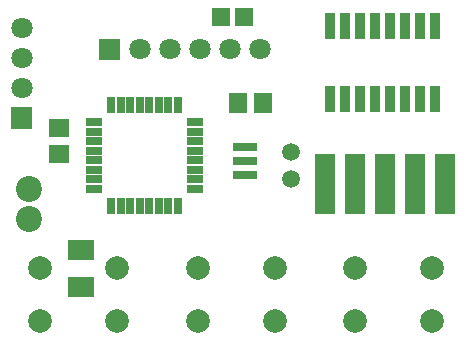
<source format=gbr>
%FSLAX34Y34*%
%MOMM*%
%LNSOLDERMASK_BOTTOM*%
G71*
G01*
%ADD10C,1.800*%
%ADD11C,2.000*%
%ADD12R,1.470X0.759*%
%ADD13R,0.759X1.470*%
%ADD14R,1.500X1.800*%
%ADD15R,2.100X0.800*%
%ADD16C,1.500*%
%ADD17R,1.500X1.600*%
%ADD18R,1.800X1.500*%
%ADD19C,1.600*%
%ADD20C,2.200*%
%ADD21R,1.700X5.200*%
%ADD22R,2.200X1.800*%
%ADD23R,0.860X2.232*%
%LPD*%
G36*
X60850Y202006D02*
X78850Y202006D01*
X78850Y184006D01*
X60850Y184006D01*
X60850Y202006D01*
G37*
X69849Y218406D02*
G54D10*
D03*
X69850Y243806D02*
G54D10*
D03*
X69850Y269206D02*
G54D10*
D03*
X150748Y66006D02*
G54D11*
D03*
X85724Y66006D02*
G54D11*
D03*
X85724Y20998D02*
G54D11*
D03*
X150748Y20998D02*
G54D11*
D03*
X219074Y66006D02*
G54D11*
D03*
X284098Y66006D02*
G54D11*
D03*
X284098Y20997D02*
G54D11*
D03*
X219075Y20998D02*
G54D11*
D03*
X352424Y66006D02*
G54D11*
D03*
X417448Y66006D02*
G54D11*
D03*
X417448Y20997D02*
G54D11*
D03*
X352425Y20998D02*
G54D11*
D03*
X216698Y189133D02*
G54D12*
D03*
X216698Y181132D02*
G54D12*
D03*
X216698Y173131D02*
G54D12*
D03*
X216698Y165130D02*
G54D12*
D03*
X216698Y157129D02*
G54D12*
D03*
X216698Y149128D02*
G54D12*
D03*
X216698Y141127D02*
G54D12*
D03*
X216698Y133126D02*
G54D12*
D03*
X130846Y133126D02*
G54D12*
D03*
X130846Y141127D02*
G54D12*
D03*
X130846Y149128D02*
G54D12*
D03*
X130846Y157129D02*
G54D12*
D03*
X130846Y165130D02*
G54D12*
D03*
X130846Y173131D02*
G54D12*
D03*
X130846Y181132D02*
G54D12*
D03*
X130846Y189133D02*
G54D12*
D03*
X145782Y204068D02*
G54D13*
D03*
X153782Y204068D02*
G54D13*
D03*
X161784Y204068D02*
G54D13*
D03*
X169784Y204068D02*
G54D13*
D03*
X177786Y204068D02*
G54D13*
D03*
X185786Y204068D02*
G54D13*
D03*
X193788Y204068D02*
G54D13*
D03*
X201788Y204068D02*
G54D13*
D03*
X201788Y118216D02*
G54D13*
D03*
X193788Y118216D02*
G54D13*
D03*
X185786Y118216D02*
G54D13*
D03*
X177786Y118216D02*
G54D13*
D03*
X169784Y118216D02*
G54D13*
D03*
X161784Y118216D02*
G54D13*
D03*
X153782Y118216D02*
G54D13*
D03*
X145782Y118216D02*
G54D13*
D03*
G36*
X135436Y242129D02*
X135436Y260129D01*
X153436Y260129D01*
X153436Y242129D01*
X135436Y242129D01*
G37*
X169835Y251129D02*
G54D10*
D03*
X195235Y251128D02*
G54D10*
D03*
X220635Y251128D02*
G54D10*
D03*
X246035Y251128D02*
G54D10*
D03*
X271435Y251128D02*
G54D10*
D03*
X253137Y205427D02*
G54D14*
D03*
X274518Y205427D02*
G54D14*
D03*
X258643Y144706D02*
G54D15*
D03*
X258644Y156612D02*
G54D15*
D03*
X259040Y168518D02*
G54D15*
D03*
X297933Y141531D02*
G54D16*
D03*
X297562Y163730D02*
G54D16*
D03*
X257825Y278428D02*
G54D17*
D03*
X238825Y278428D02*
G54D17*
D03*
X101429Y162666D02*
G54D18*
D03*
X101430Y184048D02*
G54D18*
D03*
X377928Y153610D02*
G54D19*
D03*
X75998Y132480D02*
G54D20*
D03*
X75997Y107081D02*
G54D20*
D03*
X327024Y136650D02*
G54D21*
D03*
X352424Y136650D02*
G54D21*
D03*
X377824Y136650D02*
G54D21*
D03*
X403224Y136650D02*
G54D21*
D03*
X428624Y136650D02*
G54D21*
D03*
X119647Y81414D02*
G54D22*
D03*
X119648Y49446D02*
G54D22*
D03*
X330841Y270818D02*
G54D23*
D03*
X343541Y270818D02*
G54D23*
D03*
X356241Y270818D02*
G54D23*
D03*
X368941Y270818D02*
G54D23*
D03*
X381641Y209350D02*
G54D23*
D03*
X394341Y209350D02*
G54D23*
D03*
X407041Y209350D02*
G54D23*
D03*
X419741Y209350D02*
G54D23*
D03*
X419741Y270818D02*
G54D23*
D03*
X407041Y270818D02*
G54D23*
D03*
X394341Y270818D02*
G54D23*
D03*
X381641Y270818D02*
G54D23*
D03*
X368941Y209350D02*
G54D23*
D03*
X356241Y209350D02*
G54D23*
D03*
X343541Y209350D02*
G54D23*
D03*
X330841Y209350D02*
G54D23*
D03*
M02*

</source>
